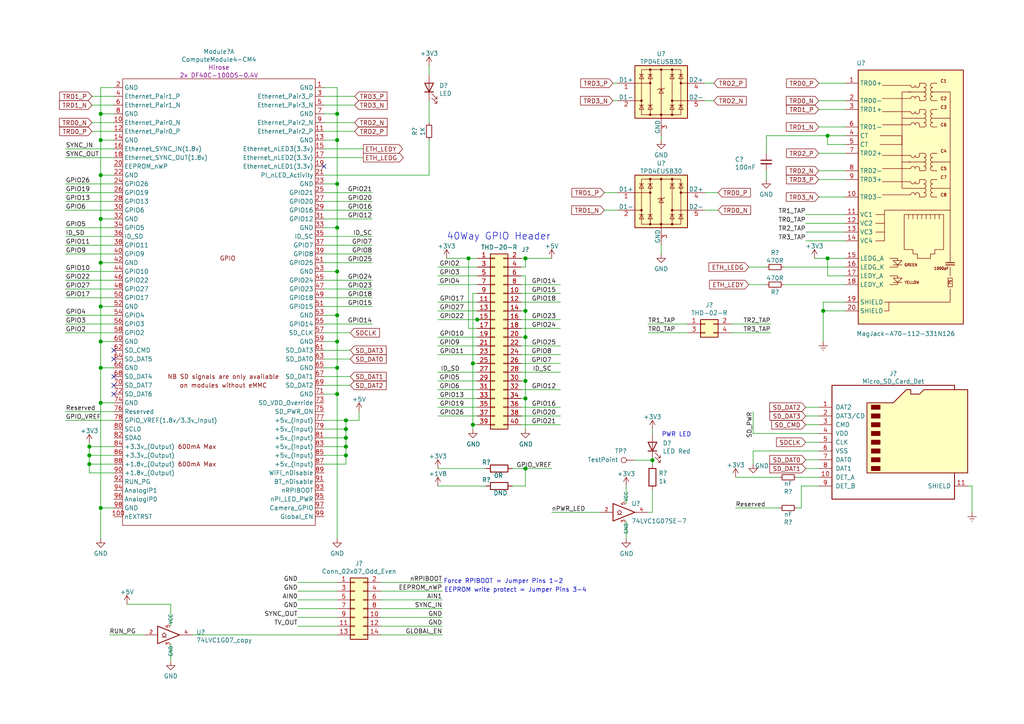
<source format=kicad_sch>
(kicad_sch (version 20210126) (generator eeschema)
  (paper "A4")
  (junction (at 25.908 129.54) (diameter 1.016))
  (junction (at 25.908 132.08) (diameter 1.016))
  (junction (at 25.908 134.62) (diameter 1.016))
  (junction (at 29.21 33.02) (diameter 1.016))
  (junction (at 29.21 40.64) (diameter 1.016))
  (junction (at 29.21 50.8) (diameter 1.016))
  (junction (at 29.21 63.5) (diameter 1.016))
  (junction (at 29.21 76.2) (diameter 1.016))
  (junction (at 29.21 88.9) (diameter 1.016))
  (junction (at 29.21 99.06) (diameter 1.016))
  (junction (at 29.21 106.68) (diameter 1.016))
  (junction (at 29.21 116.84) (diameter 1.016))
  (junction (at 29.21 147.32) (diameter 1.016))
  (junction (at 97.79 33.02) (diameter 1.016))
  (junction (at 97.79 40.64) (diameter 1.016))
  (junction (at 97.79 53.34) (diameter 1.016))
  (junction (at 97.79 66.04) (diameter 1.016))
  (junction (at 97.79 78.74) (diameter 1.016))
  (junction (at 97.79 91.44) (diameter 1.016))
  (junction (at 97.79 99.06) (diameter 1.016))
  (junction (at 97.79 106.68) (diameter 1.016))
  (junction (at 97.79 114.3) (diameter 1.016))
  (junction (at 100.33 121.92) (diameter 1.016))
  (junction (at 100.33 124.46) (diameter 1.016))
  (junction (at 100.33 127) (diameter 1.016))
  (junction (at 100.33 129.54) (diameter 1.016))
  (junction (at 100.33 132.08) (diameter 1.016))
  (junction (at 135.89 74.93) (diameter 1.016))
  (junction (at 137.16 105.41) (diameter 1.016))
  (junction (at 137.16 123.19) (diameter 1.016))
  (junction (at 138.43 92.71) (diameter 1.016))
  (junction (at 152.4 74.93) (diameter 1.016))
  (junction (at 152.4 90.17) (diameter 1.016))
  (junction (at 152.4 97.79) (diameter 1.016))
  (junction (at 152.4 110.49) (diameter 1.016))
  (junction (at 152.4 115.57) (diameter 1.016))
  (junction (at 152.4 135.89) (diameter 1.016))
  (junction (at 189.23 133.477) (diameter 1.016))
  (junction (at 238.76 90.17) (diameter 1.016))
  (junction (at 240.03 39.37) (diameter 1.016))
  (junction (at 240.03 74.93) (diameter 1.016))
  (no_connect (at 33.02 101.6))
  (no_connect (at 33.02 104.14))
  (no_connect (at 33.02 109.22))
  (no_connect (at 33.02 111.76))
  (no_connect (at 33.02 114.3))
  (no_connect (at 93.98 48.26))
  (wire (pts (xy 19.05 43.18) (xy 33.02 43.18)))
  (wire (pts (xy 19.05 45.72) (xy 33.02 45.72)))
  (wire (pts (xy 19.05 119.38) (xy 33.02 119.38)))
  (wire (pts (xy 19.05 121.92) (xy 33.02 121.92)))
  (wire (pts (xy 25.908 128.524) (xy 25.908 129.54)))
  (wire (pts (xy 25.908 129.54) (xy 25.908 132.08)))
  (wire (pts (xy 25.908 132.08) (xy 33.02 132.08)))
  (wire (pts (xy 25.908 134.62) (xy 25.908 132.08)))
  (wire (pts (xy 25.908 134.62) (xy 33.02 134.62)))
  (wire (pts (xy 25.908 137.16) (xy 25.908 134.62)))
  (wire (pts (xy 26.67 27.94) (xy 33.02 27.94)))
  (wire (pts (xy 26.67 30.48) (xy 33.02 30.48)))
  (wire (pts (xy 26.67 35.56) (xy 33.02 35.56)))
  (wire (pts (xy 26.67 38.1) (xy 33.02 38.1)))
  (wire (pts (xy 29.21 25.4) (xy 29.21 33.02)))
  (wire (pts (xy 29.21 33.02) (xy 29.21 40.64)))
  (wire (pts (xy 29.21 33.02) (xy 33.02 33.02)))
  (wire (pts (xy 29.21 40.64) (xy 29.21 50.8)))
  (wire (pts (xy 29.21 40.64) (xy 33.02 40.64)))
  (wire (pts (xy 29.21 50.8) (xy 29.21 63.5)))
  (wire (pts (xy 29.21 50.8) (xy 33.02 50.8)))
  (wire (pts (xy 29.21 63.5) (xy 29.21 76.2)))
  (wire (pts (xy 29.21 63.5) (xy 33.02 63.5)))
  (wire (pts (xy 29.21 76.2) (xy 29.21 88.9)))
  (wire (pts (xy 29.21 76.2) (xy 33.02 76.2)))
  (wire (pts (xy 29.21 88.9) (xy 29.21 99.06)))
  (wire (pts (xy 29.21 88.9) (xy 33.02 88.9)))
  (wire (pts (xy 29.21 99.06) (xy 29.21 106.68)))
  (wire (pts (xy 29.21 99.06) (xy 33.02 99.06)))
  (wire (pts (xy 29.21 106.68) (xy 29.21 116.84)))
  (wire (pts (xy 29.21 106.68) (xy 33.02 106.68)))
  (wire (pts (xy 29.21 116.84) (xy 29.21 147.32)))
  (wire (pts (xy 29.21 116.84) (xy 33.02 116.84)))
  (wire (pts (xy 29.21 147.32) (xy 29.21 156.21)))
  (wire (pts (xy 29.21 147.32) (xy 33.02 147.32)))
  (wire (pts (xy 31.75 184.15) (xy 41.91 184.15)))
  (wire (pts (xy 33.02 25.4) (xy 29.21 25.4)))
  (wire (pts (xy 33.02 53.34) (xy 19.05 53.34)))
  (wire (pts (xy 33.02 55.88) (xy 19.05 55.88)))
  (wire (pts (xy 33.02 58.42) (xy 19.05 58.42)))
  (wire (pts (xy 33.02 60.96) (xy 19.05 60.96)))
  (wire (pts (xy 33.02 66.04) (xy 19.05 66.04)))
  (wire (pts (xy 33.02 68.58) (xy 19.05 68.58)))
  (wire (pts (xy 33.02 71.12) (xy 19.05 71.12)))
  (wire (pts (xy 33.02 73.66) (xy 19.05 73.66)))
  (wire (pts (xy 33.02 78.74) (xy 19.05 78.74)))
  (wire (pts (xy 33.02 81.28) (xy 19.05 81.28)))
  (wire (pts (xy 33.02 83.82) (xy 19.05 83.82)))
  (wire (pts (xy 33.02 86.36) (xy 19.05 86.36)))
  (wire (pts (xy 33.02 91.44) (xy 19.05 91.44)))
  (wire (pts (xy 33.02 93.98) (xy 19.05 93.98)))
  (wire (pts (xy 33.02 96.52) (xy 19.05 96.52)))
  (wire (pts (xy 33.02 129.54) (xy 25.908 129.54)))
  (wire (pts (xy 33.02 137.16) (xy 25.908 137.16)))
  (wire (pts (xy 36.83 175.26) (xy 49.53 175.26)))
  (wire (pts (xy 49.53 181.61) (xy 49.53 175.26)))
  (wire (pts (xy 49.53 186.69) (xy 49.53 191.77)))
  (wire (pts (xy 55.88 184.15) (xy 97.79 184.15)))
  (wire (pts (xy 86.36 168.91) (xy 97.79 168.91)))
  (wire (pts (xy 86.36 171.45) (xy 97.79 171.45)))
  (wire (pts (xy 86.36 173.99) (xy 97.79 173.99)))
  (wire (pts (xy 86.36 176.53) (xy 97.79 176.53)))
  (wire (pts (xy 86.36 179.07) (xy 97.79 179.07)))
  (wire (pts (xy 86.36 181.61) (xy 97.79 181.61)))
  (wire (pts (xy 93.98 25.4) (xy 97.79 25.4)))
  (wire (pts (xy 93.98 27.94) (xy 102.87 27.94)))
  (wire (pts (xy 93.98 30.48) (xy 102.87 30.48)))
  (wire (pts (xy 93.98 33.02) (xy 97.79 33.02)))
  (wire (pts (xy 93.98 35.56) (xy 102.87 35.56)))
  (wire (pts (xy 93.98 38.1) (xy 102.87 38.1)))
  (wire (pts (xy 93.98 40.64) (xy 97.79 40.64)))
  (wire (pts (xy 93.98 43.18) (xy 105.41 43.18)))
  (wire (pts (xy 93.98 45.72) (xy 105.41 45.72)))
  (wire (pts (xy 93.98 50.8) (xy 124.46 50.8)))
  (wire (pts (xy 93.98 53.34) (xy 97.79 53.34)))
  (wire (pts (xy 93.98 55.88) (xy 107.95 55.88)))
  (wire (pts (xy 93.98 58.42) (xy 107.95 58.42)))
  (wire (pts (xy 93.98 60.96) (xy 107.95 60.96)))
  (wire (pts (xy 93.98 63.5) (xy 107.95 63.5)))
  (wire (pts (xy 93.98 66.04) (xy 97.79 66.04)))
  (wire (pts (xy 93.98 68.58) (xy 107.95 68.58)))
  (wire (pts (xy 93.98 71.12) (xy 107.95 71.12)))
  (wire (pts (xy 93.98 73.66) (xy 107.95 73.66)))
  (wire (pts (xy 93.98 76.2) (xy 107.95 76.2)))
  (wire (pts (xy 93.98 78.74) (xy 97.79 78.74)))
  (wire (pts (xy 93.98 81.28) (xy 107.95 81.28)))
  (wire (pts (xy 93.98 83.82) (xy 107.95 83.82)))
  (wire (pts (xy 93.98 86.36) (xy 107.95 86.36)))
  (wire (pts (xy 93.98 88.9) (xy 107.95 88.9)))
  (wire (pts (xy 93.98 91.44) (xy 97.79 91.44)))
  (wire (pts (xy 93.98 93.98) (xy 107.95 93.98)))
  (wire (pts (xy 93.98 96.52) (xy 101.6 96.52)))
  (wire (pts (xy 93.98 99.06) (xy 97.79 99.06)))
  (wire (pts (xy 93.98 101.6) (xy 101.6 101.6)))
  (wire (pts (xy 93.98 104.14) (xy 101.6 104.14)))
  (wire (pts (xy 93.98 106.68) (xy 97.79 106.68)))
  (wire (pts (xy 93.98 109.22) (xy 101.6 109.22)))
  (wire (pts (xy 93.98 111.76) (xy 101.6 111.76)))
  (wire (pts (xy 93.98 114.3) (xy 97.79 114.3)))
  (wire (pts (xy 93.98 124.46) (xy 100.33 124.46)))
  (wire (pts (xy 93.98 127) (xy 100.33 127)))
  (wire (pts (xy 93.98 129.54) (xy 100.33 129.54)))
  (wire (pts (xy 93.98 132.08) (xy 100.33 132.08)))
  (wire (pts (xy 93.98 134.62) (xy 100.33 134.62)))
  (wire (pts (xy 97.79 25.4) (xy 97.79 33.02)))
  (wire (pts (xy 97.79 33.02) (xy 97.79 40.64)))
  (wire (pts (xy 97.79 40.64) (xy 97.79 53.34)))
  (wire (pts (xy 97.79 53.34) (xy 97.79 66.04)))
  (wire (pts (xy 97.79 66.04) (xy 97.79 78.74)))
  (wire (pts (xy 97.79 78.74) (xy 97.79 91.44)))
  (wire (pts (xy 97.79 91.44) (xy 97.79 99.06)))
  (wire (pts (xy 97.79 99.06) (xy 97.79 106.68)))
  (wire (pts (xy 97.79 106.68) (xy 97.79 114.3)))
  (wire (pts (xy 97.79 114.3) (xy 97.79 156.21)))
  (wire (pts (xy 100.33 121.92) (xy 93.98 121.92)))
  (wire (pts (xy 100.33 121.92) (xy 104.14 121.92)))
  (wire (pts (xy 100.33 124.46) (xy 100.33 121.92)))
  (wire (pts (xy 100.33 127) (xy 100.33 124.46)))
  (wire (pts (xy 100.33 129.54) (xy 100.33 127)))
  (wire (pts (xy 100.33 132.08) (xy 100.33 129.54)))
  (wire (pts (xy 100.33 134.62) (xy 100.33 132.08)))
  (wire (pts (xy 104.14 119.38) (xy 104.14 121.92)))
  (wire (pts (xy 110.49 168.91) (xy 128.27 168.91)))
  (wire (pts (xy 110.49 171.45) (xy 128.27 171.45)))
  (wire (pts (xy 110.49 173.99) (xy 128.27 173.99)))
  (wire (pts (xy 110.49 176.53) (xy 128.27 176.53)))
  (wire (pts (xy 110.49 179.07) (xy 128.27 179.07)))
  (wire (pts (xy 110.49 181.61) (xy 128.27 181.61)))
  (wire (pts (xy 110.49 184.15) (xy 128.27 184.15)))
  (wire (pts (xy 124.46 19.05) (xy 124.46 21.59)))
  (wire (pts (xy 124.46 29.21) (xy 124.46 35.56)))
  (wire (pts (xy 124.46 40.64) (xy 124.46 50.8)))
  (wire (pts (xy 127 77.47) (xy 138.43 77.47)))
  (wire (pts (xy 127 80.01) (xy 138.43 80.01)))
  (wire (pts (xy 127 82.55) (xy 138.43 82.55)))
  (wire (pts (xy 127 87.63) (xy 138.43 87.63)))
  (wire (pts (xy 127 90.17) (xy 138.43 90.17)))
  (wire (pts (xy 127 92.71) (xy 138.43 92.71)))
  (wire (pts (xy 127 97.79) (xy 138.43 97.79)))
  (wire (pts (xy 127 100.33) (xy 138.43 100.33)))
  (wire (pts (xy 127 102.87) (xy 138.43 102.87)))
  (wire (pts (xy 127 107.95) (xy 138.43 107.95)))
  (wire (pts (xy 127 110.49) (xy 138.43 110.49)))
  (wire (pts (xy 127 113.03) (xy 138.43 113.03)))
  (wire (pts (xy 127 115.57) (xy 138.43 115.57)))
  (wire (pts (xy 127 118.11) (xy 138.43 118.11)))
  (wire (pts (xy 127 120.65) (xy 138.43 120.65)))
  (wire (pts (xy 127 135.89) (xy 140.97 135.89)))
  (wire (pts (xy 127 140.97) (xy 140.97 140.97)))
  (wire (pts (xy 129.54 74.93) (xy 135.89 74.93)))
  (wire (pts (xy 135.89 74.93) (xy 135.89 95.25)))
  (wire (pts (xy 135.89 95.25) (xy 138.43 95.25)))
  (wire (pts (xy 137.16 85.09) (xy 137.16 105.41)))
  (wire (pts (xy 137.16 105.41) (xy 137.16 123.19)))
  (wire (pts (xy 137.16 105.41) (xy 138.43 105.41)))
  (wire (pts (xy 137.16 123.19) (xy 137.16 124.46)))
  (wire (pts (xy 137.16 123.19) (xy 138.43 123.19)))
  (wire (pts (xy 138.43 74.93) (xy 135.89 74.93)))
  (wire (pts (xy 138.43 85.09) (xy 137.16 85.09)))
  (wire (pts (xy 140.97 92.71) (xy 138.43 92.71)))
  (wire (pts (xy 148.59 135.89) (xy 152.4 135.89)))
  (wire (pts (xy 148.59 140.97) (xy 152.4 140.97)))
  (wire (pts (xy 151.13 74.93) (xy 152.4 74.93)))
  (wire (pts (xy 151.13 77.47) (xy 152.4 77.47)))
  (wire (pts (xy 151.13 80.01) (xy 152.4 80.01)))
  (wire (pts (xy 151.13 82.55) (xy 162.56 82.55)))
  (wire (pts (xy 151.13 85.09) (xy 162.56 85.09)))
  (wire (pts (xy 151.13 87.63) (xy 162.56 87.63)))
  (wire (pts (xy 151.13 92.71) (xy 162.56 92.71)))
  (wire (pts (xy 151.13 95.25) (xy 162.56 95.25)))
  (wire (pts (xy 151.13 100.33) (xy 162.56 100.33)))
  (wire (pts (xy 151.13 102.87) (xy 162.56 102.87)))
  (wire (pts (xy 151.13 105.41) (xy 162.56 105.41)))
  (wire (pts (xy 151.13 107.95) (xy 162.56 107.95)))
  (wire (pts (xy 151.13 110.49) (xy 152.4 110.49)))
  (wire (pts (xy 151.13 113.03) (xy 162.56 113.03)))
  (wire (pts (xy 151.13 115.57) (xy 152.4 115.57)))
  (wire (pts (xy 151.13 118.11) (xy 162.56 118.11)))
  (wire (pts (xy 151.13 120.65) (xy 162.56 120.65)))
  (wire (pts (xy 151.13 123.19) (xy 162.56 123.19)))
  (wire (pts (xy 152.4 74.93) (xy 160.02 74.93)))
  (wire (pts (xy 152.4 77.47) (xy 152.4 74.93)))
  (wire (pts (xy 152.4 80.01) (xy 152.4 90.17)))
  (wire (pts (xy 152.4 90.17) (xy 151.13 90.17)))
  (wire (pts (xy 152.4 90.17) (xy 152.4 97.79)))
  (wire (pts (xy 152.4 97.79) (xy 151.13 97.79)))
  (wire (pts (xy 152.4 110.49) (xy 152.4 97.79)))
  (wire (pts (xy 152.4 115.57) (xy 152.4 110.49)))
  (wire (pts (xy 152.4 115.57) (xy 152.4 124.46)))
  (wire (pts (xy 152.4 135.89) (xy 160.02 135.89)))
  (wire (pts (xy 152.4 140.97) (xy 152.4 135.89)))
  (wire (pts (xy 160.02 148.59) (xy 173.99 148.59)))
  (wire (pts (xy 175.26 55.88) (xy 179.07 55.88)))
  (wire (pts (xy 175.26 60.96) (xy 179.07 60.96)))
  (wire (pts (xy 177.8 24.13) (xy 179.07 24.13)))
  (wire (pts (xy 177.8 29.21) (xy 179.07 29.21)))
  (wire (pts (xy 181.61 146.05) (xy 181.61 140.97)))
  (wire (pts (xy 181.61 151.13) (xy 181.61 156.21)))
  (wire (pts (xy 184.2262 133.477) (xy 189.23 133.477)))
  (wire (pts (xy 187.96 93.98) (xy 199.39 93.98)))
  (wire (pts (xy 187.96 96.52) (xy 199.39 96.52)))
  (wire (pts (xy 189.23 125.73) (xy 189.23 124.46)))
  (wire (pts (xy 189.23 133.35) (xy 189.23 133.477)))
  (wire (pts (xy 189.23 133.477) (xy 189.23 134.62)))
  (wire (pts (xy 189.23 142.24) (xy 189.23 148.59)))
  (wire (pts (xy 189.23 148.59) (xy 187.96 148.59)))
  (wire (pts (xy 191.77 39.37) (xy 191.77 40.64)))
  (wire (pts (xy 191.77 71.12) (xy 191.77 73.66)))
  (wire (pts (xy 204.47 24.13) (xy 207.01 24.13)))
  (wire (pts (xy 204.47 29.21) (xy 207.01 29.21)))
  (wire (pts (xy 204.47 55.88) (xy 208.28 55.88)))
  (wire (pts (xy 204.47 60.96) (xy 208.28 60.96)))
  (wire (pts (xy 212.09 93.98) (xy 223.52 93.98)))
  (wire (pts (xy 212.09 96.52) (xy 223.52 96.52)))
  (wire (pts (xy 213.36 138.43) (xy 226.06 138.43)))
  (wire (pts (xy 213.36 147.32) (xy 226.06 147.32)))
  (wire (pts (xy 217.17 77.47) (xy 222.25 77.47)))
  (wire (pts (xy 217.17 82.55) (xy 222.25 82.55)))
  (wire (pts (xy 218.44 119.38) (xy 218.44 125.73)))
  (wire (pts (xy 218.44 130.81) (xy 218.44 134.62)))
  (wire (pts (xy 222.25 39.37) (xy 222.25 44.45)))
  (wire (pts (xy 222.25 49.53) (xy 222.25 52.07)))
  (wire (pts (xy 227.33 77.47) (xy 245.11 77.47)))
  (wire (pts (xy 227.33 82.55) (xy 245.11 82.55)))
  (wire (pts (xy 231.14 138.43) (xy 237.49 138.43)))
  (wire (pts (xy 232.41 140.97) (xy 232.41 147.32)))
  (wire (pts (xy 232.41 147.32) (xy 231.14 147.32)))
  (wire (pts (xy 233.68 62.23) (xy 245.11 62.23)))
  (wire (pts (xy 233.68 64.77) (xy 245.11 64.77)))
  (wire (pts (xy 233.68 67.31) (xy 245.11 67.31)))
  (wire (pts (xy 233.68 69.85) (xy 245.11 69.85)))
  (wire (pts (xy 233.68 118.11) (xy 237.49 118.11)))
  (wire (pts (xy 233.68 120.65) (xy 237.49 120.65)))
  (wire (pts (xy 233.68 123.19) (xy 237.49 123.19)))
  (wire (pts (xy 233.68 128.27) (xy 237.49 128.27)))
  (wire (pts (xy 233.68 133.35) (xy 237.49 133.35)))
  (wire (pts (xy 233.68 135.89) (xy 237.49 135.89)))
  (wire (pts (xy 236.22 74.93) (xy 240.03 74.93)))
  (wire (pts (xy 237.49 24.13) (xy 245.11 24.13)))
  (wire (pts (xy 237.49 29.21) (xy 245.11 29.21)))
  (wire (pts (xy 237.49 31.75) (xy 245.11 31.75)))
  (wire (pts (xy 237.49 36.83) (xy 245.11 36.83)))
  (wire (pts (xy 237.49 44.45) (xy 245.11 44.45)))
  (wire (pts (xy 237.49 49.53) (xy 245.11 49.53)))
  (wire (pts (xy 237.49 52.07) (xy 245.11 52.07)))
  (wire (pts (xy 237.49 57.15) (xy 245.11 57.15)))
  (wire (pts (xy 237.49 125.73) (xy 218.44 125.73)))
  (wire (pts (xy 237.49 130.81) (xy 218.44 130.81)))
  (wire (pts (xy 237.49 140.97) (xy 232.41 140.97)))
  (wire (pts (xy 238.76 87.63) (xy 238.76 90.17)))
  (wire (pts (xy 238.76 90.17) (xy 238.76 99.06)))
  (wire (pts (xy 238.76 90.17) (xy 245.11 90.17)))
  (wire (pts (xy 240.03 39.37) (xy 222.25 39.37)))
  (wire (pts (xy 240.03 41.91) (xy 240.03 39.37)))
  (wire (pts (xy 240.03 74.93) (xy 245.11 74.93)))
  (wire (pts (xy 240.03 80.01) (xy 240.03 74.93)))
  (wire (pts (xy 245.11 39.37) (xy 240.03 39.37)))
  (wire (pts (xy 245.11 41.91) (xy 240.03 41.91)))
  (wire (pts (xy 245.11 80.01) (xy 240.03 80.01)))
  (wire (pts (xy 245.11 87.63) (xy 238.76 87.63)))
  (wire (pts (xy 280.67 140.97) (xy 281.94 140.97)))
  (wire (pts (xy 281.94 140.97) (xy 281.94 148.59)))
  (text "40Way GPIO Header" (at 129.54 69.85 0) (effects (font (size 2.007 2.007)) (justify left bottom)))
  (text "Force RPIBOOT = Jumper Pins 1-2 \n" (at 164.338 169.418 180) (effects (font (size 1.27 1.27)) (justify right bottom)))
  (text "EEPROM write protect = Jumper Pins 3-4\n\n" (at 170.18 173.99 180) (effects (font (size 1.27 1.27)) (justify right bottom)))
  (text "PWR LED" (at 191.897 126.873 0) (effects (font (size 1.27 1.27)) (justify left bottom)))
  (label "SYNC_IN" (at 19.05 43.18 0))
  (label "SYNC_OUT" (at 19.05 45.72 0))
  (label "GPIO26" (at 19.05 53.34 0))
  (label "GPIO19" (at 19.05 55.88 0))
  (label "GPIO13" (at 19.05 58.42 0))
  (label "GPIO6" (at 19.05 60.96 0))
  (label "GPIO5" (at 19.05 66.04 0))
  (label "ID_SD" (at 19.05 68.58 0))
  (label "GPIO11" (at 19.05 71.12 0))
  (label "GPIO9" (at 19.05 73.66 0))
  (label "GPIO10" (at 19.05 78.74 0))
  (label "GPIO22" (at 19.05 81.28 0))
  (label "GPIO27" (at 19.05 83.82 0))
  (label "GPIO17" (at 19.05 86.36 0))
  (label "GPIO4" (at 19.05 91.44 0))
  (label "GPIO3" (at 19.05 93.98 0))
  (label "GPIO2" (at 19.05 96.52 0))
  (label "Reserved" (at 19.05 119.38 0))
  (label "GPIO_VREF" (at 19.05 121.92 0))
  (label "RUN_PG" (at 31.75 184.15 0))
  (label "GND" (at 86.36 168.91 180))
  (label "GND" (at 86.36 171.45 180))
  (label "AIN0" (at 86.36 173.99 180))
  (label "GND" (at 86.36 176.53 180))
  (label "SYNC_OUT" (at 86.36 179.07 180))
  (label "TV_OUT" (at 86.36 181.61 180))
  (label "GPIO21" (at 107.95 55.88 180))
  (label "GPIO20" (at 107.95 58.42 180))
  (label "GPIO16" (at 107.95 60.96 180))
  (label "GPIO12" (at 107.95 63.5 180))
  (label "ID_SC" (at 107.95 68.58 180))
  (label "GPIO7" (at 107.95 71.12 180))
  (label "GPIO8" (at 107.95 73.66 180))
  (label "GPIO25" (at 107.95 76.2 180))
  (label "GPIO24" (at 107.95 81.28 180))
  (label "GPIO23" (at 107.95 83.82 180))
  (label "GPIO18" (at 107.95 86.36 180))
  (label "GPIO15" (at 107.95 88.9 180))
  (label "GPIO14" (at 107.95 93.98 180))
  (label "nRPIBOOT" (at 128.27 168.91 180))
  (label "EEPROM_nWP" (at 128.27 171.45 180))
  (label "AIN1" (at 128.27 173.99 180))
  (label "SYNC_IN" (at 128.27 176.53 180))
  (label "GND" (at 128.27 179.07 180))
  (label "GND" (at 128.27 181.61 180))
  (label "GLOBAL_EN" (at 128.27 184.15 180))
  (label "GPIO2" (at 133.35 77.47 180))
  (label "GPIO3" (at 133.35 80.01 180))
  (label "GPIO4" (at 133.35 82.55 180))
  (label "GPIO9" (at 133.35 100.33 180))
  (label "ID_SD" (at 133.35 107.95 180))
  (label "GPIO5" (at 133.35 110.49 180))
  (label "GPIO6" (at 133.35 113.03 180))
  (label "GPIO17" (at 134.62 87.63 180))
  (label "GPIO27" (at 134.62 90.17 180))
  (label "GPIO22" (at 134.62 92.71 180))
  (label "GPIO10" (at 134.62 97.79 180))
  (label "GPIO11" (at 134.62 102.87 180))
  (label "GPIO13" (at 134.62 115.57 180))
  (label "GPIO19" (at 134.62 118.11 180))
  (label "GPIO26" (at 134.62 120.65 180))
  (label "GPIO8" (at 160.02 102.87 180))
  (label "GPIO7" (at 160.02 105.41 180))
  (label "ID_SC" (at 160.02 107.95 180))
  (label "GPIO_VREF" (at 160.02 135.89 180))
  (label "nPWR_LED" (at 160.02 148.59 0))
  (label "GPIO14" (at 161.29 82.55 180))
  (label "GPIO15" (at 161.29 85.09 180))
  (label "GPIO18" (at 161.29 87.63 180))
  (label "GPIO23" (at 161.29 92.71 180))
  (label "GPIO24" (at 161.29 95.25 180))
  (label "GPIO25" (at 161.29 100.33 180))
  (label "GPIO12" (at 161.29 113.03 180))
  (label "GPIO16" (at 161.29 118.11 180))
  (label "GPIO20" (at 161.29 120.65 180))
  (label "GPIO21" (at 161.29 123.19 180))
  (label "TR1_TAP" (at 187.96 93.98 0))
  (label "TR0_TAP" (at 187.96 96.52 0))
  (label "Reserved" (at 213.36 147.32 0))
  (label "SD_PWR" (at 218.44 119.38 270))
  (label "TR2_TAP" (at 223.52 93.98 180))
  (label "TR3_TAP" (at 223.52 96.52 180))
  (label "TR1_TAP" (at 233.68 62.23 180))
  (label "TR0_TAP" (at 233.68 64.77 180))
  (label "TR2_TAP" (at 233.68 67.31 180))
  (label "TR3_TAP" (at 233.68 69.85 180))
  (global_label "TRD1_P" (shape input) (at 26.67 27.94 180) (property "Intersheet References" "${INTERSHEET_REFS}" (effects hide)))
  (global_label "TRD1_N" (shape input) (at 26.67 30.48 180) (property "Intersheet References" "${INTERSHEET_REFS}" (effects hide)))
  (global_label "TRD0_N" (shape input) (at 26.67 35.56 180) (property "Intersheet References" "${INTERSHEET_REFS}" (effects hide)))
  (global_label "TRD0_P" (shape input) (at 26.67 38.1 180) (property "Intersheet References" "${INTERSHEET_REFS}" (effects hide)))
  (global_label "SDCLK" (shape input) (at 101.6 96.52 0) (property "Intersheet References" "${INTERSHEET_REFS}" (effects hide)))
  (global_label "SD_DAT3" (shape input) (at 101.6 101.6 0) (property "Intersheet References" "${INTERSHEET_REFS}" (effects hide)))
  (global_label "SD_DAT0" (shape input) (at 101.6 104.14 0) (property "Intersheet References" "${INTERSHEET_REFS}" (effects hide)))
  (global_label "SD_DAT1" (shape input) (at 101.6 109.22 0) (property "Intersheet References" "${INTERSHEET_REFS}" (effects hide)))
  (global_label "SD_DAT2" (shape input) (at 101.6 111.76 0) (property "Intersheet References" "${INTERSHEET_REFS}" (effects hide)))
  (global_label "TRD3_P" (shape input) (at 102.87 27.94 0) (property "Intersheet References" "${INTERSHEET_REFS}" (effects hide)))
  (global_label "TRD3_N" (shape input) (at 102.87 30.48 0) (property "Intersheet References" "${INTERSHEET_REFS}" (effects hide)))
  (global_label "TRD2_N" (shape input) (at 102.87 35.56 0) (property "Intersheet References" "${INTERSHEET_REFS}" (effects hide)))
  (global_label "TRD2_P" (shape input) (at 102.87 38.1 0) (property "Intersheet References" "${INTERSHEET_REFS}" (effects hide)))
  (global_label "ETH_LEDY" (shape output) (at 105.41 43.18 0) (property "Intersheet References" "${INTERSHEET_REFS}" (effects hide)))
  (global_label "ETH_LEDG" (shape output) (at 105.41 45.72 0) (property "Intersheet References" "${INTERSHEET_REFS}" (effects hide)))
  (global_label "TRD1_P" (shape input) (at 175.26 55.88 180) (property "Intersheet References" "${INTERSHEET_REFS}" (effects hide)))
  (global_label "TRD1_N" (shape input) (at 175.26 60.96 180) (property "Intersheet References" "${INTERSHEET_REFS}" (effects hide)))
  (global_label "TRD3_P" (shape input) (at 177.8 24.13 180) (property "Intersheet References" "${INTERSHEET_REFS}" (effects hide)))
  (global_label "TRD3_N" (shape input) (at 177.8 29.21 180) (property "Intersheet References" "${INTERSHEET_REFS}" (effects hide)))
  (global_label "TRD2_P" (shape input) (at 207.01 24.13 0) (property "Intersheet References" "${INTERSHEET_REFS}" (effects hide)))
  (global_label "TRD2_N" (shape input) (at 207.01 29.21 0) (property "Intersheet References" "${INTERSHEET_REFS}" (effects hide)))
  (global_label "TRD0_P" (shape input) (at 208.28 55.88 0) (property "Intersheet References" "${INTERSHEET_REFS}" (effects hide)))
  (global_label "TRD0_N" (shape input) (at 208.28 60.96 0) (property "Intersheet References" "${INTERSHEET_REFS}" (effects hide)))
  (global_label "ETH_LEDG" (shape input) (at 217.17 77.47 180) (property "Intersheet References" "${INTERSHEET_REFS}" (effects hide)))
  (global_label "ETH_LEDY" (shape input) (at 217.17 82.55 180) (property "Intersheet References" "${INTERSHEET_REFS}" (effects hide)))
  (global_label "SD_DAT2" (shape input) (at 233.68 118.11 180) (property "Intersheet References" "${INTERSHEET_REFS}" (effects hide)))
  (global_label "SD_DAT3" (shape input) (at 233.68 120.65 180) (property "Intersheet References" "${INTERSHEET_REFS}" (effects hide)))
  (global_label "SD_CMD" (shape input) (at 233.68 123.19 180) (property "Intersheet References" "${INTERSHEET_REFS}" (effects hide)))
  (global_label "SDCLK" (shape input) (at 233.68 128.27 180) (property "Intersheet References" "${INTERSHEET_REFS}" (effects hide)))
  (global_label "SD_DAT0" (shape input) (at 233.68 133.35 180) (property "Intersheet References" "${INTERSHEET_REFS}" (effects hide)))
  (global_label "SD_DAT1" (shape input) (at 233.68 135.89 180) (property "Intersheet References" "${INTERSHEET_REFS}" (effects hide)))
  (global_label "TRD0_P" (shape input) (at 237.49 24.13 180) (property "Intersheet References" "${INTERSHEET_REFS}" (effects hide)))
  (global_label "TRD0_N" (shape input) (at 237.49 29.21 180) (property "Intersheet References" "${INTERSHEET_REFS}" (effects hide)))
  (global_label "TRD1_P" (shape input) (at 237.49 31.75 180) (property "Intersheet References" "${INTERSHEET_REFS}" (effects hide)))
  (global_label "TRD1_N" (shape input) (at 237.49 36.83 180) (property "Intersheet References" "${INTERSHEET_REFS}" (effects hide)))
  (global_label "TRD2_P" (shape input) (at 237.49 44.45 180) (property "Intersheet References" "${INTERSHEET_REFS}" (effects hide)))
  (global_label "TRD2_N" (shape input) (at 237.49 49.53 180) (property "Intersheet References" "${INTERSHEET_REFS}" (effects hide)))
  (global_label "TRD3_P" (shape input) (at 237.49 52.07 180) (property "Intersheet References" "${INTERSHEET_REFS}" (effects hide)))
  (global_label "TRD3_N" (shape input) (at 237.49 57.15 180) (property "Intersheet References" "${INTERSHEET_REFS}" (effects hide)))
  (symbol (lib_id "power:+3V3") (at 25.908 128.524 0) (unit 1)
    (property "Reference" "#PWR?" (effects hide))
    (property "Value" "+3V3" (at 25.908 124.9766 0))
  )
  (symbol (lib_id "power:+5V") (at 36.83 175.26 0) (unit 1)
    (property "Reference" "#PWR?" (effects hide))
    (property "Value" "+5V" (at 36.83 171.7126 0))
  )
  (symbol (lib_id "power:+5V") (at 104.14 119.38 0) (unit 1)
    (property "Reference" "#PWR?" (effects hide))
    (property "Value" "+5V" (at 104.14 115.8326 0))
  )
  (symbol (lib_id "power:+3V3") (at 124.46 19.05 0) (unit 1)
    (property "Reference" "#PWR?" (effects hide))
    (property "Value" "+3V3" (at 124.46 15.5026 0))
  )
  (symbol (lib_id "power:+3V3") (at 127 135.89 0) (unit 1)
    (property "Reference" "#PWR?" (effects hide))
    (property "Value" "+3V3" (at 127 132.3426 0))
  )
  (symbol (lib_id "power:+1V8") (at 127 140.97 0) (unit 1)
    (property "Reference" "#PWR?" (effects hide))
    (property "Value" "+1V8" (at 127 137.4226 0))
  )
  (symbol (lib_id "power:+3V3") (at 129.54 74.93 0) (unit 1)
    (property "Reference" "#PWR?" (effects hide))
    (property "Value" "+3V3" (at 129.54 71.3826 0))
  )
  (symbol (lib_id "power:+5V") (at 160.02 74.93 0) (unit 1)
    (property "Reference" "#PWR?" (effects hide))
    (property "Value" "+5V" (at 160.02 71.3826 0))
  )
  (symbol (lib_id "power:+3V3") (at 181.61 140.97 0) (unit 1)
    (property "Reference" "#PWR?" (effects hide))
    (property "Value" "+3V3" (at 181.61 137.4226 0))
  )
  (symbol (lib_id "power:+3V3") (at 189.23 124.46 0) (unit 1)
    (property "Reference" "#PWR?" (effects hide))
    (property "Value" "+3V3" (at 189.23 120.9126 0))
  )
  (symbol (lib_id "power:+3V3") (at 213.36 138.43 0) (unit 1)
    (property "Reference" "#PWR?" (effects hide))
    (property "Value" "+3V3" (at 213.36 134.8826 0))
  )
  (symbol (lib_id "power:+3V3") (at 236.22 74.93 0) (unit 1)
    (property "Reference" "#PWR?" (effects hide))
    (property "Value" "+3V3" (at 236.22 71.3826 0))
  )
  (symbol (lib_id "Connector:TestPoint") (at 184.2262 133.477 90) (unit 1)
    (property "Reference" "TP?" (at 181.864 130.81 90) (effects (justify left)))
    (property "Value" "TestPoint" (at 179.324 133.35 90) (effects (justify left)))
    (property "Footprint" "TestPoint:TestPoint_Pad_2.0x2.0mm" (effects hide))
    (property "Field4" "nf" (effects hide))
    (property "Field5" "nf" (effects hide))
    (property "Field6" "nf" (effects hide))
    (property "Field7" "nf" (effects hide))
  )
  (symbol (lib_id "power:GND") (at 29.21 156.21 0) (unit 1)
    (property "Reference" "#PWR?" (effects hide))
    (property "Value" "GND" (at 29.21 160.5344 0))
  )
  (symbol (lib_id "power:GND") (at 49.53 191.77 0) (unit 1)
    (property "Reference" "#PWR?" (effects hide))
    (property "Value" "GND" (at 49.53 196.0944 0))
  )
  (symbol (lib_id "power:GND") (at 97.79 156.21 0) (unit 1)
    (property "Reference" "#PWR?" (effects hide))
    (property "Value" "GND" (at 97.79 160.5344 0))
  )
  (symbol (lib_id "power:GND") (at 137.16 124.46 0) (unit 1)
    (property "Reference" "#PWR?" (effects hide))
    (property "Value" "GND" (at 137.287 128.8542 0))
  )
  (symbol (lib_id "power:GND") (at 152.4 124.46 0) (unit 1)
    (property "Reference" "#PWR?" (effects hide))
    (property "Value" "GND" (at 152.527 128.8542 0))
  )
  (symbol (lib_id "power:GND") (at 181.61 156.21 0) (unit 1)
    (property "Reference" "#PWR?" (effects hide))
    (property "Value" "GND" (at 181.737 160.6042 0))
  )
  (symbol (lib_id "power:GND") (at 191.77 40.64 0) (unit 1)
    (property "Reference" "#PWR?" (effects hide))
    (property "Value" "GND" (at 191.77 44.9644 0))
  )
  (symbol (lib_id "power:GND") (at 191.77 73.66 0) (unit 1)
    (property "Reference" "#PWR?" (effects hide))
    (property "Value" "GND" (at 191.77 77.9844 0))
  )
  (symbol (lib_id "power:GND") (at 218.44 134.62 0) (unit 1)
    (property "Reference" "#PWR?" (effects hide))
    (property "Value" "GND" (at 220.98 135.1344 0))
  )
  (symbol (lib_id "power:GND") (at 222.25 52.07 0) (unit 1)
    (property "Reference" "#PWR?" (effects hide))
    (property "Value" "GND" (at 222.25 56.3944 0))
  )
  (symbol (lib_id "power:Earth") (at 238.76 99.06 0) (unit 1)
    (property "Reference" "#PWR?" (effects hide))
    (property "Value" "Earth" (effects hide))
  )
  (symbol (lib_id "power:Earth") (at 281.94 148.59 0) (unit 1)
    (property "Reference" "#PWR?" (effects hide))
    (property "Value" "Earth" (effects hide))
  )
  (symbol (lib_id "Device:R_Small") (at 124.46 38.1 180) (unit 1)
    (property "Reference" "R?" (at 120.2902 38.1 90))
    (property "Value" "1K" (at 122.5889 38.1 90))
  )
  (symbol (lib_id "Device:R_Small") (at 224.79 77.47 90) (unit 1)
    (property "Reference" "R?" (at 224.79 73.3002 90))
    (property "Value" "470R" (at 224.79 75.5989 90))
  )
  (symbol (lib_id "Device:R_Small") (at 224.79 82.55 90) (unit 1)
    (property "Reference" "R?" (at 224.79 84.7302 90))
    (property "Value" "470R" (at 224.79 80.6789 90))
  )
  (symbol (lib_id "Device:R_Small") (at 228.6 138.43 270) (unit 1)
    (property "Reference" "R?" (at 228.6 142.5998 90))
    (property "Value" "nF" (at 228.6 140.3011 90))
  )
  (symbol (lib_id "Device:R_Small") (at 228.6 147.32 270) (unit 1)
    (property "Reference" "R?" (at 228.6 151.4898 90))
    (property "Value" "nF" (at 228.6 149.1911 90))
  )
  (symbol (lib_id "Device:R") (at 144.78 135.89 90) (unit 1)
    (property "Reference" "R?" (at 142.3416 134.112 90) (effects (justify left)))
    (property "Value" "0R" (at 145.923 137.922 90) (effects (justify left)))
    (property "Footprint" "Resistor_SMD:R_0402_1005Metric" (effects hide))
    (property "Datasheet" "https://fscdn.rohm.com/en/products/databook/datasheet/passive/resistor/chip_resistor/mcr-e.pdf" (effects hide))
    (property "Field4" "Farnell" (effects hide))
    (property "Field5" "9239235" (effects hide))
    (property "Field7" "KOA EUROPE GMBH" (effects hide))
    (property "Field6" "RK73H1ETTP1001F" (effects hide))
    (property "Part Description" "Resistor 1K M1005 1% 63mW" (effects hide))
    (property "Field8" "125049511" (effects hide))
  )
  (symbol (lib_id "Device:R") (at 144.78 140.97 90) (unit 1)
    (property "Reference" "R?" (at 142.3416 139.192 90) (effects (justify left)))
    (property "Value" "DND" (at 147.193 143.002 90) (effects (justify left)))
    (property "Footprint" "Resistor_SMD:R_0402_1005Metric" (effects hide))
    (property "Datasheet" "https://fscdn.rohm.com/en/products/databook/datasheet/passive/resistor/chip_resistor/mcr-e.pdf" (effects hide))
    (property "Field4" "Farnell" (effects hide))
    (property "Field5" "9239235" (effects hide))
    (property "Field7" "KOA EUROPE GMBH" (effects hide))
    (property "Field6" "RK73H1ETTP1001F" (effects hide))
    (property "Part Description" "Resistor 1K M1005 1% 63mW" (effects hide))
    (property "Field8" "125049511" (effects hide))
  )
  (symbol (lib_id "Device:R") (at 189.23 138.43 0) (unit 1)
    (property "Reference" "R?" (at 191.008 137.2616 0) (effects (justify left)))
    (property "Value" "1k" (at 191.008 139.573 0) (effects (justify left)))
    (property "Footprint" "Resistor_SMD:R_0402_1005Metric" (effects hide))
    (property "Datasheet" "https://fscdn.rohm.com/en/products/databook/datasheet/passive/resistor/chip_resistor/mcr-e.pdf" (effects hide))
    (property "Field4" "Farnell" (effects hide))
    (property "Field5" "9239235" (effects hide))
    (property "Field7" "KOA EUROPE GMBH" (effects hide))
    (property "Field6" "RK73H1ETTP1001F" (effects hide))
    (property "Part Description" "Resistor 1K M1005 1% 63mW" (effects hide))
    (property "Field8" "125049511" (effects hide))
  )
  (symbol (lib_id "Device:C_Small") (at 222.25 46.99 0) (unit 1)
    (property "Reference" "C?" (at 213.1442 46.2291 0) (effects (justify left)))
    (property "Value" "100nF" (at 213.1442 48.5278 0) (effects (justify left)))
  )
  (symbol (lib_id "Device:LED") (at 124.46 25.4 90) (unit 1)
    (property "Reference" "D?" (at 127.3811 24.8296 90) (effects (justify right)))
    (property "Value" "LED" (at 127.3811 27.1283 90) (effects (justify right)))
  )
  (symbol (lib_id "Device:LED") (at 189.23 129.54 90) (unit 1)
    (property "Reference" "D?" (at 192.2018 128.5494 90) (effects (justify right)))
    (property "Value" "LED Red" (at 192.2018 130.8608 90) (effects (justify right)))
    (property "Footprint" "LED_SMD:LED_0603_1608Metric" (effects hide))
    (property "Datasheet" "http://optoelectronics.liteon.com/upload/download/DS22-2000-210/LTST-S270KRKT.pdf" (effects hide))
    (property "Field4" "Digikey " (effects hide))
    (property "Field5" "	LTST-S270KRKT" (effects hide))
    (property "Field6" "SML-A12U8TT86Q" (effects hide))
    (property "Field7" "Rohm" (effects hide))
    (property "Field8" "650295101" (effects hide))
    (property "Part Description" "	Red 620nm LED Indication - Discrete 2.2V 2-SMD, No Lead" (effects hide))
  )
  (symbol (lib_id "Connector_Generic:Conn_02x02_Odd_Even") (at 204.47 93.98 0) (unit 1)
    (property "Reference" "J?" (at 205.74 88.4682 0))
    (property "Value" "THD-02-R" (at 205.74 90.7796 0))
    (property "Footprint" "Connector_PinHeader_2.54mm:PinHeader_2x02_P2.54mm_Vertical" (effects hide))
    (property "Datasheet" "https://www.toby.co.uk/uploads/publications/1673.pdf" (effects hide))
    (property "Field4" "Toby" (effects hide))
    (property "Field5" "THD-02-R" (effects hide))
    (property "Field6" "151-604-425-761" (effects hide))
    (property "Field7" "EDAC" (effects hide))
    (property "Field8" "UCON00791" (effects hide))
    (property "Part Description" "PinHeader_2x02_P2.54mm_Vertical" (effects hide))
  )
  (symbol (lib_id "CM4IO:74LVC1G07_copy") (at 49.53 184.15 0) (unit 1)
    (property "Reference" "U?" (at 56.8961 183.3891 0) (effects (justify left)))
    (property "Value" "74LVC1G07_copy" (at 56.8961 185.6878 0) (effects (justify left)))
    (property "Footprint" "Package_TO_SOT_SMD:SOT-353_SC-70-5" (effects hide))
    (property "Datasheet" "http://www.ti.com/lit/sg/scyt129e/scyt129e.pdf" (effects hide))
  )
  (symbol (lib_id "CM4IO:74LVC1G07_copy") (at 181.61 148.59 0) (unit 1)
    (property "Reference" "U?" (at 183.134 146.05 0) (effects (justify left)))
    (property "Value" "74LVC1G07SE-7" (at 183.134 151.13 0) (effects (justify left)))
    (property "Footprint" "Package_TO_SOT_SMD:SOT-353_SC-70-5" (effects hide))
    (property "Datasheet" "https://www.diodes.com/assets/Datasheets/74LVC1G07.pdf" (effects hide))
    (property "Field4" "Farnell" (effects hide))
    (property "Field5" "2425492" (effects hide))
    (property "Field6" "74LVC1G07SE-7" (effects hide))
    (property "Field7" "Diodes" (effects hide))
    (property "Part Description" "Buffer, Non-Inverting 1 Element 1 Bit per Element Open Drain Output SOT-353" (effects hide))
  )
  (symbol (lib_id "Connector_Generic:Conn_02x07_Odd_Even") (at 102.87 176.53 0) (unit 1)
    (property "Reference" "J?" (at 104.14 163.4236 0))
    (property "Value" "Conn_02x07_Odd_Even" (at 104.14 165.735 0))
    (property "Footprint" "Connector_PinHeader_2.54mm:PinHeader_2x07_P2.54mm_Vertical" (effects hide))
    (property "Datasheet" "https://www.toby.co.uk/uploads/publications/1673.pdf" (effects hide))
    (property "Field4" "Toby" (effects hide))
    (property "Field5" "THD-07-R" (effects hide))
    (property "Field6" "THD-07-R" (effects hide))
    (property "Field7" "Toby" (effects hide))
    (property "Part Description" "PinHeader_2x07_P2.54mm_Vertical" (effects hide))
  )
  (symbol (lib_id "CM4IO:TPD4EUSB30") (at 191.77 26.67 0) (unit 1)
    (property "Reference" "U?" (at 191.77 15.6168 0))
    (property "Value" "TPD4EUSB30" (at 191.77 17.9155 0))
    (property "Footprint" "Package_SON:USON-10_2.5x1.0mm_P0.5mm" (effects hide))
    (property "Datasheet" "http://www.ti.com/lit/ds/symlink/tpd2eusb30a.pdf" (effects hide))
  )
  (symbol (lib_id "CM4IO:TPD4EUSB30") (at 191.77 58.42 0) (unit 1)
    (property "Reference" "U?" (at 191.77 47.3668 0))
    (property "Value" "TPD4EUSB30" (at 191.77 49.6655 0))
    (property "Footprint" "Package_SON:USON-10_2.5x1.0mm_P0.5mm" (effects hide))
    (property "Datasheet" "http://www.ti.com/lit/ds/symlink/tpd2eusb30a.pdf" (effects hide))
  )
  (symbol (lib_id "Connector_Generic:Conn_02x20_Odd_Even") (at 143.51 97.79 0) (unit 1)
    (property "Reference" "J?" (at 152.4 72.39 0))
    (property "Value" "THD-20-R" (at 144.78 71.7296 0))
    (property "Footprint" "Connector_PinHeader_2.54mm:PinHeader_2x20_P2.54mm_Vertical" (effects hide))
    (property "Datasheet" "https://www.toby.co.uk/uploads/publications/1673.pdf" (effects hide))
    (property "Field4" "Toby" (effects hide))
    (property "Field5" "THD-20-R" (effects hide))
    (property "Field6" "THD-20-R" (effects hide))
    (property "Field7" "Toby" (effects hide))
    (property "Field8" "UCON00511" (effects hide))
    (property "Part Description" "PinHeader_2x20_P2.54mm_Vertical" (effects hide))
  )
  (symbol (lib_id "Connector:Micro_SD_Card_Det") (at 260.35 128.27 0) (unit 1)
    (property "Reference" "J?" (at 259.08 108.3268 0))
    (property "Value" "Micro_SD_Card_Det" (at 259.08 110.6255 0))
    (property "Datasheet" "https://www.hirose.com/product/en/download_file/key_name/DM3/category/Catalog/doc_file_id/49662/?file_category_id=4&item_id=195&is_series=1" (effects hide))
  )
  (symbol (lib_id "CM4IO:MagJack-A70-112-331N126") (at 266.7 95.25 0) (unit 1)
    (property "Reference" "U?" (at 248.4121 18.2891 0) (effects (justify left)))
    (property "Value" "MagJack-A70-112-331N126" (at 248.4121 96.7878 0) (effects (justify left)))
  )
  (symbol (lib_id "CM4IO:ComputeModule4-CM4") (at 66.04 81.28 0) (unit 1)
    (property "Reference" "Module?" (at 63.5 14.9564 0))
    (property "Value" "ComputeModule4-CM4" (at 63.5 17.2551 0))
    (property "Footprint" "CM4IO:Raspberry-Pi-4-Compute-Module" (effects hide))
    (property "Field4" "Hirose" (at 63.5 19.5538 0))
    (property "Field5" "2x DF40C-100DS-0.4V" (at 63.5 21.8525 0))
  )
)
</source>
